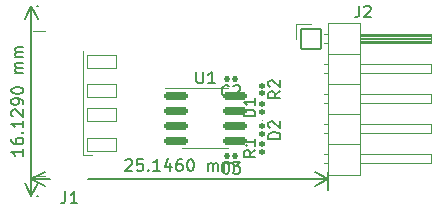
<source format=gto>
G04 #@! TF.GenerationSoftware,KiCad,Pcbnew,7.0.6*
G04 #@! TF.CreationDate,2023-08-23T21:48:07+08:00*
G04 #@! TF.ProjectId,USB_TTL,5553425f-5454-44c2-9e6b-696361645f70,rev?*
G04 #@! TF.SameCoordinates,Original*
G04 #@! TF.FileFunction,Legend,Top*
G04 #@! TF.FilePolarity,Positive*
%FSLAX46Y46*%
G04 Gerber Fmt 4.6, Leading zero omitted, Abs format (unit mm)*
G04 Created by KiCad (PCBNEW 7.0.6) date 2023-08-23 21:48:07*
%MOMM*%
%LPD*%
G01*
G04 APERTURE LIST*
G04 Aperture macros list*
%AMRoundRect*
0 Rectangle with rounded corners*
0 $1 Rounding radius*
0 $2 $3 $4 $5 $6 $7 $8 $9 X,Y pos of 4 corners*
0 Add a 4 corners polygon primitive as box body*
4,1,4,$2,$3,$4,$5,$6,$7,$8,$9,$2,$3,0*
0 Add four circle primitives for the rounded corners*
1,1,$1+$1,$2,$3*
1,1,$1+$1,$4,$5*
1,1,$1+$1,$6,$7*
1,1,$1+$1,$8,$9*
0 Add four rect primitives between the rounded corners*
20,1,$1+$1,$2,$3,$4,$5,0*
20,1,$1+$1,$4,$5,$6,$7,0*
20,1,$1+$1,$6,$7,$8,$9,0*
20,1,$1+$1,$8,$9,$2,$3,0*%
G04 Aperture macros list end*
%ADD10C,0.150000*%
%ADD11C,0.100000*%
%ADD12C,0.120000*%
%ADD13RoundRect,0.150000X0.130000X0.100000X-0.130000X0.100000X-0.130000X-0.100000X0.130000X-0.100000X0*%
%ADD14RoundRect,0.150000X-0.100000X0.130000X-0.100000X-0.130000X0.100000X-0.130000X0.100000X0.130000X0*%
%ADD15RoundRect,0.150000X0.100000X-0.130000X0.100000X0.130000X-0.100000X0.130000X-0.100000X-0.130000X0*%
%ADD16C,1.200000*%
%ADD17RoundRect,0.050000X1.250000X0.550000X-1.250000X0.550000X-1.250000X-0.550000X1.250000X-0.550000X0*%
%ADD18O,3.600000X2.000000*%
%ADD19RoundRect,0.200000X-0.825000X-0.150000X0.825000X-0.150000X0.825000X0.150000X-0.825000X0.150000X0*%
%ADD20RoundRect,0.050000X-0.850000X-0.850000X0.850000X-0.850000X0.850000X0.850000X-0.850000X0.850000X0*%
%ADD21O,1.800000X1.800000*%
G04 APERTURE END LIST*
D10*
X173307953Y-89400057D02*
X173355572Y-89352438D01*
X173355572Y-89352438D02*
X173450810Y-89304819D01*
X173450810Y-89304819D02*
X173688905Y-89304819D01*
X173688905Y-89304819D02*
X173784143Y-89352438D01*
X173784143Y-89352438D02*
X173831762Y-89400057D01*
X173831762Y-89400057D02*
X173879381Y-89495295D01*
X173879381Y-89495295D02*
X173879381Y-89590533D01*
X173879381Y-89590533D02*
X173831762Y-89733390D01*
X173831762Y-89733390D02*
X173260334Y-90304819D01*
X173260334Y-90304819D02*
X173879381Y-90304819D01*
X174784143Y-89304819D02*
X174307953Y-89304819D01*
X174307953Y-89304819D02*
X174260334Y-89781009D01*
X174260334Y-89781009D02*
X174307953Y-89733390D01*
X174307953Y-89733390D02*
X174403191Y-89685771D01*
X174403191Y-89685771D02*
X174641286Y-89685771D01*
X174641286Y-89685771D02*
X174736524Y-89733390D01*
X174736524Y-89733390D02*
X174784143Y-89781009D01*
X174784143Y-89781009D02*
X174831762Y-89876247D01*
X174831762Y-89876247D02*
X174831762Y-90114342D01*
X174831762Y-90114342D02*
X174784143Y-90209580D01*
X174784143Y-90209580D02*
X174736524Y-90257200D01*
X174736524Y-90257200D02*
X174641286Y-90304819D01*
X174641286Y-90304819D02*
X174403191Y-90304819D01*
X174403191Y-90304819D02*
X174307953Y-90257200D01*
X174307953Y-90257200D02*
X174260334Y-90209580D01*
X175260334Y-90209580D02*
X175307953Y-90257200D01*
X175307953Y-90257200D02*
X175260334Y-90304819D01*
X175260334Y-90304819D02*
X175212715Y-90257200D01*
X175212715Y-90257200D02*
X175260334Y-90209580D01*
X175260334Y-90209580D02*
X175260334Y-90304819D01*
X176260333Y-90304819D02*
X175688905Y-90304819D01*
X175974619Y-90304819D02*
X175974619Y-89304819D01*
X175974619Y-89304819D02*
X175879381Y-89447676D01*
X175879381Y-89447676D02*
X175784143Y-89542914D01*
X175784143Y-89542914D02*
X175688905Y-89590533D01*
X177117476Y-89638152D02*
X177117476Y-90304819D01*
X176879381Y-89257200D02*
X176641286Y-89971485D01*
X176641286Y-89971485D02*
X177260333Y-89971485D01*
X178069857Y-89304819D02*
X177879381Y-89304819D01*
X177879381Y-89304819D02*
X177784143Y-89352438D01*
X177784143Y-89352438D02*
X177736524Y-89400057D01*
X177736524Y-89400057D02*
X177641286Y-89542914D01*
X177641286Y-89542914D02*
X177593667Y-89733390D01*
X177593667Y-89733390D02*
X177593667Y-90114342D01*
X177593667Y-90114342D02*
X177641286Y-90209580D01*
X177641286Y-90209580D02*
X177688905Y-90257200D01*
X177688905Y-90257200D02*
X177784143Y-90304819D01*
X177784143Y-90304819D02*
X177974619Y-90304819D01*
X177974619Y-90304819D02*
X178069857Y-90257200D01*
X178069857Y-90257200D02*
X178117476Y-90209580D01*
X178117476Y-90209580D02*
X178165095Y-90114342D01*
X178165095Y-90114342D02*
X178165095Y-89876247D01*
X178165095Y-89876247D02*
X178117476Y-89781009D01*
X178117476Y-89781009D02*
X178069857Y-89733390D01*
X178069857Y-89733390D02*
X177974619Y-89685771D01*
X177974619Y-89685771D02*
X177784143Y-89685771D01*
X177784143Y-89685771D02*
X177688905Y-89733390D01*
X177688905Y-89733390D02*
X177641286Y-89781009D01*
X177641286Y-89781009D02*
X177593667Y-89876247D01*
X178784143Y-89304819D02*
X178879381Y-89304819D01*
X178879381Y-89304819D02*
X178974619Y-89352438D01*
X178974619Y-89352438D02*
X179022238Y-89400057D01*
X179022238Y-89400057D02*
X179069857Y-89495295D01*
X179069857Y-89495295D02*
X179117476Y-89685771D01*
X179117476Y-89685771D02*
X179117476Y-89923866D01*
X179117476Y-89923866D02*
X179069857Y-90114342D01*
X179069857Y-90114342D02*
X179022238Y-90209580D01*
X179022238Y-90209580D02*
X178974619Y-90257200D01*
X178974619Y-90257200D02*
X178879381Y-90304819D01*
X178879381Y-90304819D02*
X178784143Y-90304819D01*
X178784143Y-90304819D02*
X178688905Y-90257200D01*
X178688905Y-90257200D02*
X178641286Y-90209580D01*
X178641286Y-90209580D02*
X178593667Y-90114342D01*
X178593667Y-90114342D02*
X178546048Y-89923866D01*
X178546048Y-89923866D02*
X178546048Y-89685771D01*
X178546048Y-89685771D02*
X178593667Y-89495295D01*
X178593667Y-89495295D02*
X178641286Y-89400057D01*
X178641286Y-89400057D02*
X178688905Y-89352438D01*
X178688905Y-89352438D02*
X178784143Y-89304819D01*
X180307953Y-90304819D02*
X180307953Y-89638152D01*
X180307953Y-89733390D02*
X180355572Y-89685771D01*
X180355572Y-89685771D02*
X180450810Y-89638152D01*
X180450810Y-89638152D02*
X180593667Y-89638152D01*
X180593667Y-89638152D02*
X180688905Y-89685771D01*
X180688905Y-89685771D02*
X180736524Y-89781009D01*
X180736524Y-89781009D02*
X180736524Y-90304819D01*
X180736524Y-89781009D02*
X180784143Y-89685771D01*
X180784143Y-89685771D02*
X180879381Y-89638152D01*
X180879381Y-89638152D02*
X181022238Y-89638152D01*
X181022238Y-89638152D02*
X181117477Y-89685771D01*
X181117477Y-89685771D02*
X181165096Y-89781009D01*
X181165096Y-89781009D02*
X181165096Y-90304819D01*
X181641286Y-90304819D02*
X181641286Y-89638152D01*
X181641286Y-89733390D02*
X181688905Y-89685771D01*
X181688905Y-89685771D02*
X181784143Y-89638152D01*
X181784143Y-89638152D02*
X181927000Y-89638152D01*
X181927000Y-89638152D02*
X182022238Y-89685771D01*
X182022238Y-89685771D02*
X182069857Y-89781009D01*
X182069857Y-89781009D02*
X182069857Y-90304819D01*
X182069857Y-89781009D02*
X182117476Y-89685771D01*
X182117476Y-89685771D02*
X182212714Y-89638152D01*
X182212714Y-89638152D02*
X182355571Y-89638152D01*
X182355571Y-89638152D02*
X182450810Y-89685771D01*
X182450810Y-89685771D02*
X182498429Y-89781009D01*
X182498429Y-89781009D02*
X182498429Y-90304819D01*
X165354000Y-91956000D02*
X165354000Y-90413580D01*
X190500000Y-91956000D02*
X190500000Y-90413580D01*
X165354000Y-91000000D02*
X190500000Y-91000000D01*
X165354000Y-91000000D02*
X190500000Y-91000000D01*
X165354000Y-91000000D02*
X166480504Y-90413579D01*
X165354000Y-91000000D02*
X166480504Y-91586421D01*
X190500000Y-91000000D02*
X189373496Y-91586421D01*
X190500000Y-91000000D02*
X189373496Y-90413579D01*
X164658819Y-88439118D02*
X164658819Y-89010546D01*
X164658819Y-88724832D02*
X163658819Y-88724832D01*
X163658819Y-88724832D02*
X163801676Y-88820070D01*
X163801676Y-88820070D02*
X163896914Y-88915308D01*
X163896914Y-88915308D02*
X163944533Y-89010546D01*
X163658819Y-87581975D02*
X163658819Y-87772451D01*
X163658819Y-87772451D02*
X163706438Y-87867689D01*
X163706438Y-87867689D02*
X163754057Y-87915308D01*
X163754057Y-87915308D02*
X163896914Y-88010546D01*
X163896914Y-88010546D02*
X164087390Y-88058165D01*
X164087390Y-88058165D02*
X164468342Y-88058165D01*
X164468342Y-88058165D02*
X164563580Y-88010546D01*
X164563580Y-88010546D02*
X164611200Y-87962927D01*
X164611200Y-87962927D02*
X164658819Y-87867689D01*
X164658819Y-87867689D02*
X164658819Y-87677213D01*
X164658819Y-87677213D02*
X164611200Y-87581975D01*
X164611200Y-87581975D02*
X164563580Y-87534356D01*
X164563580Y-87534356D02*
X164468342Y-87486737D01*
X164468342Y-87486737D02*
X164230247Y-87486737D01*
X164230247Y-87486737D02*
X164135009Y-87534356D01*
X164135009Y-87534356D02*
X164087390Y-87581975D01*
X164087390Y-87581975D02*
X164039771Y-87677213D01*
X164039771Y-87677213D02*
X164039771Y-87867689D01*
X164039771Y-87867689D02*
X164087390Y-87962927D01*
X164087390Y-87962927D02*
X164135009Y-88010546D01*
X164135009Y-88010546D02*
X164230247Y-88058165D01*
X164563580Y-87058165D02*
X164611200Y-87010546D01*
X164611200Y-87010546D02*
X164658819Y-87058165D01*
X164658819Y-87058165D02*
X164611200Y-87105784D01*
X164611200Y-87105784D02*
X164563580Y-87058165D01*
X164563580Y-87058165D02*
X164658819Y-87058165D01*
X164658819Y-86058166D02*
X164658819Y-86629594D01*
X164658819Y-86343880D02*
X163658819Y-86343880D01*
X163658819Y-86343880D02*
X163801676Y-86439118D01*
X163801676Y-86439118D02*
X163896914Y-86534356D01*
X163896914Y-86534356D02*
X163944533Y-86629594D01*
X163754057Y-85677213D02*
X163706438Y-85629594D01*
X163706438Y-85629594D02*
X163658819Y-85534356D01*
X163658819Y-85534356D02*
X163658819Y-85296261D01*
X163658819Y-85296261D02*
X163706438Y-85201023D01*
X163706438Y-85201023D02*
X163754057Y-85153404D01*
X163754057Y-85153404D02*
X163849295Y-85105785D01*
X163849295Y-85105785D02*
X163944533Y-85105785D01*
X163944533Y-85105785D02*
X164087390Y-85153404D01*
X164087390Y-85153404D02*
X164658819Y-85724832D01*
X164658819Y-85724832D02*
X164658819Y-85105785D01*
X164658819Y-84629594D02*
X164658819Y-84439118D01*
X164658819Y-84439118D02*
X164611200Y-84343880D01*
X164611200Y-84343880D02*
X164563580Y-84296261D01*
X164563580Y-84296261D02*
X164420723Y-84201023D01*
X164420723Y-84201023D02*
X164230247Y-84153404D01*
X164230247Y-84153404D02*
X163849295Y-84153404D01*
X163849295Y-84153404D02*
X163754057Y-84201023D01*
X163754057Y-84201023D02*
X163706438Y-84248642D01*
X163706438Y-84248642D02*
X163658819Y-84343880D01*
X163658819Y-84343880D02*
X163658819Y-84534356D01*
X163658819Y-84534356D02*
X163706438Y-84629594D01*
X163706438Y-84629594D02*
X163754057Y-84677213D01*
X163754057Y-84677213D02*
X163849295Y-84724832D01*
X163849295Y-84724832D02*
X164087390Y-84724832D01*
X164087390Y-84724832D02*
X164182628Y-84677213D01*
X164182628Y-84677213D02*
X164230247Y-84629594D01*
X164230247Y-84629594D02*
X164277866Y-84534356D01*
X164277866Y-84534356D02*
X164277866Y-84343880D01*
X164277866Y-84343880D02*
X164230247Y-84248642D01*
X164230247Y-84248642D02*
X164182628Y-84201023D01*
X164182628Y-84201023D02*
X164087390Y-84153404D01*
X163658819Y-83534356D02*
X163658819Y-83439118D01*
X163658819Y-83439118D02*
X163706438Y-83343880D01*
X163706438Y-83343880D02*
X163754057Y-83296261D01*
X163754057Y-83296261D02*
X163849295Y-83248642D01*
X163849295Y-83248642D02*
X164039771Y-83201023D01*
X164039771Y-83201023D02*
X164277866Y-83201023D01*
X164277866Y-83201023D02*
X164468342Y-83248642D01*
X164468342Y-83248642D02*
X164563580Y-83296261D01*
X164563580Y-83296261D02*
X164611200Y-83343880D01*
X164611200Y-83343880D02*
X164658819Y-83439118D01*
X164658819Y-83439118D02*
X164658819Y-83534356D01*
X164658819Y-83534356D02*
X164611200Y-83629594D01*
X164611200Y-83629594D02*
X164563580Y-83677213D01*
X164563580Y-83677213D02*
X164468342Y-83724832D01*
X164468342Y-83724832D02*
X164277866Y-83772451D01*
X164277866Y-83772451D02*
X164039771Y-83772451D01*
X164039771Y-83772451D02*
X163849295Y-83724832D01*
X163849295Y-83724832D02*
X163754057Y-83677213D01*
X163754057Y-83677213D02*
X163706438Y-83629594D01*
X163706438Y-83629594D02*
X163658819Y-83534356D01*
X164658819Y-82010546D02*
X163992152Y-82010546D01*
X164087390Y-82010546D02*
X164039771Y-81962927D01*
X164039771Y-81962927D02*
X163992152Y-81867689D01*
X163992152Y-81867689D02*
X163992152Y-81724832D01*
X163992152Y-81724832D02*
X164039771Y-81629594D01*
X164039771Y-81629594D02*
X164135009Y-81581975D01*
X164135009Y-81581975D02*
X164658819Y-81581975D01*
X164135009Y-81581975D02*
X164039771Y-81534356D01*
X164039771Y-81534356D02*
X163992152Y-81439118D01*
X163992152Y-81439118D02*
X163992152Y-81296261D01*
X163992152Y-81296261D02*
X164039771Y-81201022D01*
X164039771Y-81201022D02*
X164135009Y-81153403D01*
X164135009Y-81153403D02*
X164658819Y-81153403D01*
X164658819Y-80677213D02*
X163992152Y-80677213D01*
X164087390Y-80677213D02*
X164039771Y-80629594D01*
X164039771Y-80629594D02*
X163992152Y-80534356D01*
X163992152Y-80534356D02*
X163992152Y-80391499D01*
X163992152Y-80391499D02*
X164039771Y-80296261D01*
X164039771Y-80296261D02*
X164135009Y-80248642D01*
X164135009Y-80248642D02*
X164658819Y-80248642D01*
X164135009Y-80248642D02*
X164039771Y-80201023D01*
X164039771Y-80201023D02*
X163992152Y-80105785D01*
X163992152Y-80105785D02*
X163992152Y-79962928D01*
X163992152Y-79962928D02*
X164039771Y-79867689D01*
X164039771Y-79867689D02*
X164135009Y-79820070D01*
X164135009Y-79820070D02*
X164658819Y-79820070D01*
X165854000Y-76327000D02*
X165940420Y-76327000D01*
X165854000Y-92456000D02*
X165940420Y-92456000D01*
X165354000Y-76327000D02*
X165354000Y-92456000D01*
X165354000Y-76327000D02*
X165354000Y-92456000D01*
X165354000Y-76327000D02*
X165940421Y-77453504D01*
X165354000Y-76327000D02*
X164767579Y-77453504D01*
X165354000Y-92456000D02*
X164767579Y-91329496D01*
X165354000Y-92456000D02*
X165940421Y-91329496D01*
X182078333Y-83959580D02*
X182030714Y-84007200D01*
X182030714Y-84007200D02*
X181887857Y-84054819D01*
X181887857Y-84054819D02*
X181792619Y-84054819D01*
X181792619Y-84054819D02*
X181649762Y-84007200D01*
X181649762Y-84007200D02*
X181554524Y-83911961D01*
X181554524Y-83911961D02*
X181506905Y-83816723D01*
X181506905Y-83816723D02*
X181459286Y-83626247D01*
X181459286Y-83626247D02*
X181459286Y-83483390D01*
X181459286Y-83483390D02*
X181506905Y-83292914D01*
X181506905Y-83292914D02*
X181554524Y-83197676D01*
X181554524Y-83197676D02*
X181649762Y-83102438D01*
X181649762Y-83102438D02*
X181792619Y-83054819D01*
X181792619Y-83054819D02*
X181887857Y-83054819D01*
X181887857Y-83054819D02*
X182030714Y-83102438D01*
X182030714Y-83102438D02*
X182078333Y-83150057D01*
X182459286Y-83150057D02*
X182506905Y-83102438D01*
X182506905Y-83102438D02*
X182602143Y-83054819D01*
X182602143Y-83054819D02*
X182840238Y-83054819D01*
X182840238Y-83054819D02*
X182935476Y-83102438D01*
X182935476Y-83102438D02*
X182983095Y-83150057D01*
X182983095Y-83150057D02*
X183030714Y-83245295D01*
X183030714Y-83245295D02*
X183030714Y-83340533D01*
X183030714Y-83340533D02*
X182983095Y-83483390D01*
X182983095Y-83483390D02*
X182411667Y-84054819D01*
X182411667Y-84054819D02*
X183030714Y-84054819D01*
X186416819Y-83569666D02*
X185940628Y-83902999D01*
X186416819Y-84141094D02*
X185416819Y-84141094D01*
X185416819Y-84141094D02*
X185416819Y-83760142D01*
X185416819Y-83760142D02*
X185464438Y-83664904D01*
X185464438Y-83664904D02*
X185512057Y-83617285D01*
X185512057Y-83617285D02*
X185607295Y-83569666D01*
X185607295Y-83569666D02*
X185750152Y-83569666D01*
X185750152Y-83569666D02*
X185845390Y-83617285D01*
X185845390Y-83617285D02*
X185893009Y-83664904D01*
X185893009Y-83664904D02*
X185940628Y-83760142D01*
X185940628Y-83760142D02*
X185940628Y-84141094D01*
X185512057Y-83188713D02*
X185464438Y-83141094D01*
X185464438Y-83141094D02*
X185416819Y-83045856D01*
X185416819Y-83045856D02*
X185416819Y-82807761D01*
X185416819Y-82807761D02*
X185464438Y-82712523D01*
X185464438Y-82712523D02*
X185512057Y-82664904D01*
X185512057Y-82664904D02*
X185607295Y-82617285D01*
X185607295Y-82617285D02*
X185702533Y-82617285D01*
X185702533Y-82617285D02*
X185845390Y-82664904D01*
X185845390Y-82664904D02*
X186416819Y-83236332D01*
X186416819Y-83236332D02*
X186416819Y-82617285D01*
X184316819Y-85701094D02*
X183316819Y-85701094D01*
X183316819Y-85701094D02*
X183316819Y-85462999D01*
X183316819Y-85462999D02*
X183364438Y-85320142D01*
X183364438Y-85320142D02*
X183459676Y-85224904D01*
X183459676Y-85224904D02*
X183554914Y-85177285D01*
X183554914Y-85177285D02*
X183745390Y-85129666D01*
X183745390Y-85129666D02*
X183888247Y-85129666D01*
X183888247Y-85129666D02*
X184078723Y-85177285D01*
X184078723Y-85177285D02*
X184173961Y-85224904D01*
X184173961Y-85224904D02*
X184269200Y-85320142D01*
X184269200Y-85320142D02*
X184316819Y-85462999D01*
X184316819Y-85462999D02*
X184316819Y-85701094D01*
X184316819Y-84177285D02*
X184316819Y-84748713D01*
X184316819Y-84462999D02*
X183316819Y-84462999D01*
X183316819Y-84462999D02*
X183459676Y-84558237D01*
X183459676Y-84558237D02*
X183554914Y-84653475D01*
X183554914Y-84653475D02*
X183602533Y-84748713D01*
X182078333Y-90436580D02*
X182030714Y-90484200D01*
X182030714Y-90484200D02*
X181887857Y-90531819D01*
X181887857Y-90531819D02*
X181792619Y-90531819D01*
X181792619Y-90531819D02*
X181649762Y-90484200D01*
X181649762Y-90484200D02*
X181554524Y-90388961D01*
X181554524Y-90388961D02*
X181506905Y-90293723D01*
X181506905Y-90293723D02*
X181459286Y-90103247D01*
X181459286Y-90103247D02*
X181459286Y-89960390D01*
X181459286Y-89960390D02*
X181506905Y-89769914D01*
X181506905Y-89769914D02*
X181554524Y-89674676D01*
X181554524Y-89674676D02*
X181649762Y-89579438D01*
X181649762Y-89579438D02*
X181792619Y-89531819D01*
X181792619Y-89531819D02*
X181887857Y-89531819D01*
X181887857Y-89531819D02*
X182030714Y-89579438D01*
X182030714Y-89579438D02*
X182078333Y-89627057D01*
X182411667Y-89531819D02*
X183030714Y-89531819D01*
X183030714Y-89531819D02*
X182697381Y-89912771D01*
X182697381Y-89912771D02*
X182840238Y-89912771D01*
X182840238Y-89912771D02*
X182935476Y-89960390D01*
X182935476Y-89960390D02*
X182983095Y-90008009D01*
X182983095Y-90008009D02*
X183030714Y-90103247D01*
X183030714Y-90103247D02*
X183030714Y-90341342D01*
X183030714Y-90341342D02*
X182983095Y-90436580D01*
X182983095Y-90436580D02*
X182935476Y-90484200D01*
X182935476Y-90484200D02*
X182840238Y-90531819D01*
X182840238Y-90531819D02*
X182554524Y-90531819D01*
X182554524Y-90531819D02*
X182459286Y-90484200D01*
X182459286Y-90484200D02*
X182411667Y-90436580D01*
X168237666Y-92036819D02*
X168237666Y-92751104D01*
X168237666Y-92751104D02*
X168190047Y-92893961D01*
X168190047Y-92893961D02*
X168094809Y-92989200D01*
X168094809Y-92989200D02*
X167951952Y-93036819D01*
X167951952Y-93036819D02*
X167856714Y-93036819D01*
X169237666Y-93036819D02*
X168666238Y-93036819D01*
X168951952Y-93036819D02*
X168951952Y-92036819D01*
X168951952Y-92036819D02*
X168856714Y-92179676D01*
X168856714Y-92179676D02*
X168761476Y-92274914D01*
X168761476Y-92274914D02*
X168666238Y-92322533D01*
X179324095Y-81906819D02*
X179324095Y-82716342D01*
X179324095Y-82716342D02*
X179371714Y-82811580D01*
X179371714Y-82811580D02*
X179419333Y-82859200D01*
X179419333Y-82859200D02*
X179514571Y-82906819D01*
X179514571Y-82906819D02*
X179705047Y-82906819D01*
X179705047Y-82906819D02*
X179800285Y-82859200D01*
X179800285Y-82859200D02*
X179847904Y-82811580D01*
X179847904Y-82811580D02*
X179895523Y-82716342D01*
X179895523Y-82716342D02*
X179895523Y-81906819D01*
X180895523Y-82906819D02*
X180324095Y-82906819D01*
X180609809Y-82906819D02*
X180609809Y-81906819D01*
X180609809Y-81906819D02*
X180514571Y-82049676D01*
X180514571Y-82049676D02*
X180419333Y-82144914D01*
X180419333Y-82144914D02*
X180324095Y-82192533D01*
X184316819Y-88558666D02*
X183840628Y-88891999D01*
X184316819Y-89130094D02*
X183316819Y-89130094D01*
X183316819Y-89130094D02*
X183316819Y-88749142D01*
X183316819Y-88749142D02*
X183364438Y-88653904D01*
X183364438Y-88653904D02*
X183412057Y-88606285D01*
X183412057Y-88606285D02*
X183507295Y-88558666D01*
X183507295Y-88558666D02*
X183650152Y-88558666D01*
X183650152Y-88558666D02*
X183745390Y-88606285D01*
X183745390Y-88606285D02*
X183793009Y-88653904D01*
X183793009Y-88653904D02*
X183840628Y-88749142D01*
X183840628Y-88749142D02*
X183840628Y-89130094D01*
X184316819Y-87606285D02*
X184316819Y-88177713D01*
X184316819Y-87891999D02*
X183316819Y-87891999D01*
X183316819Y-87891999D02*
X183459676Y-87987237D01*
X183459676Y-87987237D02*
X183554914Y-88082475D01*
X183554914Y-88082475D02*
X183602533Y-88177713D01*
X186416819Y-87606094D02*
X185416819Y-87606094D01*
X185416819Y-87606094D02*
X185416819Y-87367999D01*
X185416819Y-87367999D02*
X185464438Y-87225142D01*
X185464438Y-87225142D02*
X185559676Y-87129904D01*
X185559676Y-87129904D02*
X185654914Y-87082285D01*
X185654914Y-87082285D02*
X185845390Y-87034666D01*
X185845390Y-87034666D02*
X185988247Y-87034666D01*
X185988247Y-87034666D02*
X186178723Y-87082285D01*
X186178723Y-87082285D02*
X186273961Y-87129904D01*
X186273961Y-87129904D02*
X186369200Y-87225142D01*
X186369200Y-87225142D02*
X186416819Y-87367999D01*
X186416819Y-87367999D02*
X186416819Y-87606094D01*
X185512057Y-86653713D02*
X185464438Y-86606094D01*
X185464438Y-86606094D02*
X185416819Y-86510856D01*
X185416819Y-86510856D02*
X185416819Y-86272761D01*
X185416819Y-86272761D02*
X185464438Y-86177523D01*
X185464438Y-86177523D02*
X185512057Y-86129904D01*
X185512057Y-86129904D02*
X185607295Y-86082285D01*
X185607295Y-86082285D02*
X185702533Y-86082285D01*
X185702533Y-86082285D02*
X185845390Y-86129904D01*
X185845390Y-86129904D02*
X186416819Y-86701332D01*
X186416819Y-86701332D02*
X186416819Y-86082285D01*
X193097666Y-76310819D02*
X193097666Y-77025104D01*
X193097666Y-77025104D02*
X193050047Y-77167961D01*
X193050047Y-77167961D02*
X192954809Y-77263200D01*
X192954809Y-77263200D02*
X192811952Y-77310819D01*
X192811952Y-77310819D02*
X192716714Y-77310819D01*
X193526238Y-76406057D02*
X193573857Y-76358438D01*
X193573857Y-76358438D02*
X193669095Y-76310819D01*
X193669095Y-76310819D02*
X193907190Y-76310819D01*
X193907190Y-76310819D02*
X194002428Y-76358438D01*
X194002428Y-76358438D02*
X194050047Y-76406057D01*
X194050047Y-76406057D02*
X194097666Y-76501295D01*
X194097666Y-76501295D02*
X194097666Y-76596533D01*
X194097666Y-76596533D02*
X194050047Y-76739390D01*
X194050047Y-76739390D02*
X193478619Y-77310819D01*
X193478619Y-77310819D02*
X194097666Y-77310819D01*
D11*
X184962000Y-85823000D02*
G75*
G03*
X184962000Y-85823000I-50000J0D01*
G01*
D12*
X169691000Y-88982000D02*
X170446000Y-88982000D01*
X169691000Y-88982000D02*
X169691000Y-80182000D01*
X166521000Y-90727000D02*
X165471000Y-90727000D01*
X166521000Y-78437000D02*
X165471000Y-78437000D01*
X180086000Y-83292000D02*
X176636000Y-83292000D01*
X180086000Y-83292000D02*
X182036000Y-83292000D01*
X180086000Y-88412000D02*
X178136000Y-88412000D01*
X180086000Y-88412000D02*
X182036000Y-88412000D01*
D11*
X184962000Y-86008000D02*
G75*
G03*
X184962000Y-86008000I-50000J0D01*
G01*
D12*
X187776000Y-77856000D02*
X189046000Y-77856000D01*
X187776000Y-79126000D02*
X187776000Y-77856000D01*
X190088929Y-81286000D02*
X190486000Y-81286000D01*
X190088929Y-82046000D02*
X190486000Y-82046000D01*
X190088929Y-83826000D02*
X190486000Y-83826000D01*
X190088929Y-84586000D02*
X190486000Y-84586000D01*
X190088929Y-86366000D02*
X190486000Y-86366000D01*
X190088929Y-87126000D02*
X190486000Y-87126000D01*
X190088929Y-88906000D02*
X190486000Y-88906000D01*
X190088929Y-89666000D02*
X190486000Y-89666000D01*
X190156000Y-78746000D02*
X190486000Y-78746000D01*
X190156000Y-79506000D02*
X190486000Y-79506000D01*
X190486000Y-77796000D02*
X190486000Y-90616000D01*
X190486000Y-80396000D02*
X193146000Y-80396000D01*
X190486000Y-82936000D02*
X193146000Y-82936000D01*
X190486000Y-85476000D02*
X193146000Y-85476000D01*
X190486000Y-88016000D02*
X193146000Y-88016000D01*
X190486000Y-90616000D02*
X193146000Y-90616000D01*
X193146000Y-77796000D02*
X190486000Y-77796000D01*
X193146000Y-78746000D02*
X199146000Y-78746000D01*
X193146000Y-78806000D02*
X199146000Y-78806000D01*
X193146000Y-78926000D02*
X199146000Y-78926000D01*
X193146000Y-79046000D02*
X199146000Y-79046000D01*
X193146000Y-79166000D02*
X199146000Y-79166000D01*
X193146000Y-79286000D02*
X199146000Y-79286000D01*
X193146000Y-79406000D02*
X199146000Y-79406000D01*
X193146000Y-81286000D02*
X199146000Y-81286000D01*
X193146000Y-83826000D02*
X199146000Y-83826000D01*
X193146000Y-86366000D02*
X199146000Y-86366000D01*
X193146000Y-88906000D02*
X199146000Y-88906000D01*
X193146000Y-90616000D02*
X193146000Y-77796000D01*
X199146000Y-78746000D02*
X199146000Y-79506000D01*
X199146000Y-79506000D02*
X193146000Y-79506000D01*
X199146000Y-81286000D02*
X199146000Y-82046000D01*
X199146000Y-82046000D02*
X193146000Y-82046000D01*
X199146000Y-83826000D02*
X199146000Y-84586000D01*
X199146000Y-84586000D02*
X193146000Y-84586000D01*
X199146000Y-86366000D02*
X199146000Y-87126000D01*
X199146000Y-87126000D02*
X193146000Y-87126000D01*
X199146000Y-88906000D02*
X199146000Y-89666000D01*
X199146000Y-89666000D02*
X193146000Y-89666000D01*
%LPC*%
D13*
X182565000Y-82550000D03*
X181925000Y-82550000D03*
D14*
X184912000Y-83083000D03*
X184912000Y-83723000D03*
D15*
X184912000Y-85283000D03*
X184912000Y-84643000D03*
D13*
X182565000Y-89027000D03*
X181925000Y-89027000D03*
D16*
X168571000Y-86882000D03*
X168571000Y-82282000D03*
D17*
X171321000Y-88082000D03*
X171321000Y-85582000D03*
X171321000Y-83582000D03*
X171321000Y-81082000D03*
D18*
X168571000Y-90282000D03*
X168571000Y-78882000D03*
D19*
X177611000Y-83947000D03*
X177611000Y-85217000D03*
X177611000Y-86487000D03*
X177611000Y-87757000D03*
X182561000Y-87757000D03*
X182561000Y-86487000D03*
X182561000Y-85217000D03*
X182561000Y-83947000D03*
D15*
X184912000Y-88712000D03*
X184912000Y-88072000D03*
D14*
X184912000Y-86548000D03*
X184912000Y-87188000D03*
D20*
X189046000Y-79126000D03*
D21*
X189046000Y-81666000D03*
X189046000Y-84206000D03*
X189046000Y-86746000D03*
X189046000Y-89286000D03*
%LPD*%
M02*

</source>
